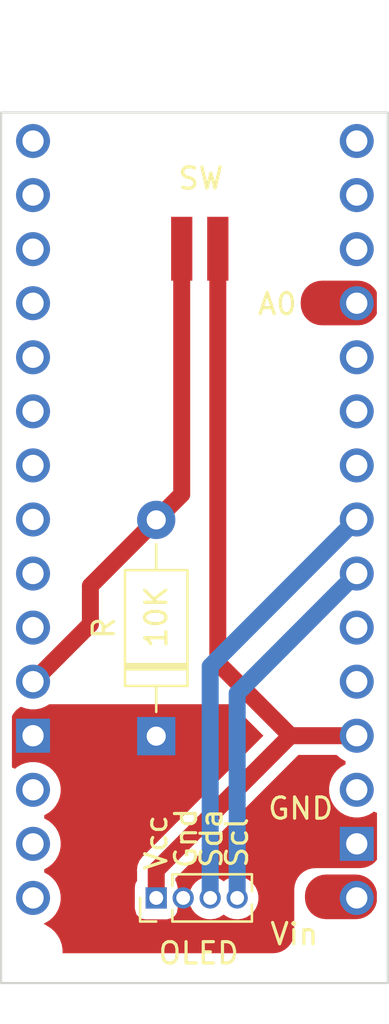
<source format=kicad_pcb>
(kicad_pcb (version 20200829) (generator pcbnew)

  (general
    (thickness 1.6)
  )

  (paper "A4")
  (layers
    (0 "F.Cu" signal)
    (31 "B.Cu" signal)
    (32 "B.Adhes" user)
    (33 "F.Adhes" user)
    (34 "B.Paste" user)
    (35 "F.Paste" user)
    (36 "B.SilkS" user)
    (37 "F.SilkS" user)
    (38 "B.Mask" user)
    (39 "F.Mask" user)
    (40 "Dwgs.User" user)
    (41 "Cmts.User" user)
    (42 "Eco1.User" user)
    (43 "Eco2.User" user)
    (44 "Edge.Cuts" user)
    (45 "Margin" user)
    (46 "B.CrtYd" user)
    (47 "F.CrtYd" user)
    (48 "B.Fab" user)
    (49 "F.Fab" user)
  )

  (setup
    (pcbplotparams
      (layerselection 0x010fc_ffffffff)
      (usegerberextensions false)
      (usegerberattributes true)
      (usegerberadvancedattributes true)
      (creategerberjobfile true)
      (svguseinch false)
      (svgprecision 6)
      (excludeedgelayer true)
      (linewidth 0.100000)
      (plotframeref false)
      (viasonmask false)
      (mode 1)
      (useauxorigin false)
      (hpglpennumber 1)
      (hpglpenspeed 20)
      (hpglpendiameter 15.000000)
      (psnegative false)
      (psa4output false)
      (plotreference true)
      (plotvalue true)
      (plotinvisibletext false)
      (sketchpadsonfab false)
      (subtractmaskfromsilk false)
      (outputformat 1)
      (mirror false)
      (drillshape 1)
      (scaleselection 1)
      (outputdirectory "")
    )
  )


  (net 0 "")
  (net 1 "Net-(A1-Pad30)")
  (net 2 "GND")
  (net 3 "/ARD5V")
  (net 4 "/A5")
  (net 5 "/A4")
  (net 6 "Net-(A1-Pad5)")
  (net 7 "Net-(A1-Pad19)")

  (module "Connector_PinHeader_1.27mm:PinHeader_1x04_P1.27mm_Vertical" (layer "F.Cu") (tedit 5F6D2785) (tstamp 5cea0b9e-0913-43f5-ba9a-20c7862225f4)
    (at 178.6 96.2 90)
    (descr "Through hole straight pin header, 1x04, 1.27mm pitch, single row")
    (tags "Through hole pin header THT 1x04 1.27mm single row")
    (property "Sheet file" "/Volumes/WD500/Projects/Oled_Clicker/KiCad/Clicker/Clicker.kicad_sch")
    (property "Sheet name" "")
    (path "/fb69615d-f9be-48a0-9bc2-d446d30a5bb4")
    (attr through_hole)
    (fp_text reference "OLED" (at -2.6 2 180) (layer "F.SilkS")
      (effects (font (size 1 1) (thickness 0.15)))
      (tstamp 43d94ab6-94c2-4b01-8b02-8015bc3f32c5)
    )
    (fp_text value "OLED" (at 0 5.505 90) (layer "F.Fab")
      (effects (font (size 1 1) (thickness 0.15)))
      (tstamp 3e0c7e95-bd73-4cd8-856a-f21063ce57d8)
    )
    (fp_text user "${REFERENCE}" (at 0 1.905) (layer "F.Fab")
      (effects (font (size 1 1) (thickness 0.15)))
      (tstamp ad31d392-f7e1-4fc1-b6a9-77040717ca1e)
    )
    (fp_line (start 0.563471 0.76) (end 1.11 0.76) (layer "F.SilkS") (width 0.12) (tstamp 4e22bd30-0614-421a-b12d-ea24e5b0aa5d))
    (fp_line (start -1.11 0.76) (end -0.563471 0.76) (layer "F.SilkS") (width 0.12) (tstamp 76a1a0cc-960a-4a6a-8f6e-4ffc570263b2))
    (fp_line (start -1.11 -0.76) (end 0 -0.76) (layer "F.SilkS") (width 0.12) (tstamp 785e447f-7194-4814-a397-e6fea9834bc4))
    (fp_line (start -1.11 0) (end -1.11 -0.76) (layer "F.SilkS") (width 0.12) (tstamp 8e1dac50-b0db-4596-8bd2-1f21bf7a8131))
    (fp_line (start 0.30753 4.505) (end 1.11 4.505) (layer "F.SilkS") (width 0.12) (tstamp a8e430b5-dfea-4910-ad15-08ba3ed7bba0))
    (fp_line (start 1.11 0.76) (end 1.11 4.505) (layer "F.SilkS") (width 0.12) (tstamp b10268a8-08e6-44db-8dfb-626b712a7a6e))
    (fp_line (start -1.11 0.76) (end -1.11 4.505) (layer "F.SilkS") (width 0.12) (tstamp b88c62b1-9af7-4ff5-a2cd-7bcc3aeb8bdc))
    (fp_line (start -1.11 4.505) (end -0.30753 4.505) (layer "F.SilkS") (width 0.12) (tstamp f03e2645-cfc0-4231-9926-255b6ce7766e))
    (fp_line (start 1.55 4.95) (end 1.55 -1.15) (layer "F.CrtYd") (width 0.05) (tstamp 125e9aa2-0ac9-4e48-805f-3ec97bd7e0bb))
    (fp_line (start -1.55 -1.15) (end -1.55 4.95) (layer "F.CrtYd") (width 0.05) (tstamp 6b10e83b-6c52-463b-840b-284722620687))
    (fp_line (start -1.55 4.95) (end 1.55 4.95) (layer "F.CrtYd") (width 0.05) (tstamp 8d4d8dcc-ce56-4127-a292-74cd7c8733a4))
    (fp_line (start 1.55 -1.15) (end -1.55 -1.15) (layer "F.CrtYd") (width 0.05) (tstamp e72c8993-3c27-4e79-ad70-b3f3cbf6b8a1))
    (fp_line (start 1.05 -0.635) (end 1.05 4.445) (layer "F.Fab") (width 0.1) (tstamp 07978f13-b92e-4abd-b7a1-f38cdf30f5a4))
    (fp_line (start -1.05 -0.11) (end -0.525 -0.635) (layer "F.Fab") (width 0.1) (tstamp 4c5707e0-eceb-47bb-a315-3e648335c0cd))
    (fp_line (start -0.525 -0.635) (end 1.05 -0.635) (layer "F.Fab") (width 0.1) (tstamp 7605259b-4cf3-4cf3-a2cc-69e20a56a9a0))
    (fp_line (start 1.05 4.445) (end -1.05 4.445) (layer "F.Fab") (width 0.1) (tstamp 7cb474e7-d919-4685-a2f2-383749763ef6))
    (fp_line (start -1.05 4.445) (end -1.05 -0.11) (layer "F.Fab") (width 0.1) (tstamp ce9656b6-4bbe-4045-afec-1ced11fe2a36))
    (pad "1" thru_hole rect (at 0 0 90) (size 1 1) (drill 0.65) (layers *.Cu *.Mask)
      (net 3 "/ARD5V") (pinfunction "SDA") (tstamp cce03d45-0285-4fa0-8a9f-91ca47a0bba7))
    (pad "2" thru_hole oval (at 0 1.27 90) (size 1 1) (drill 0.65) (layers *.Cu *.Mask)
      (net 2 "GND") (pinfunction "SCL") (tstamp e436014f-4e17-445b-917c-8d63f8d0eaac))
    (pad "3" thru_hole oval (at 0 2.54 90) (size 1 1) (drill 0.65) (layers *.Cu *.Mask)
      (net 5 "/A4") (pinfunction "VCC") (tstamp 49dc471a-c1bf-45d7-87d5-0bc376596bf1))
    (pad "4" thru_hole oval (at 0 3.81 90) (size 1 1) (drill 0.65) (layers *.Cu *.Mask)
      (net 4 "/A5") (pinfunction "GND") (tstamp aec411a9-2d51-41d7-bb57-16e459839e71))
    (model "${KISYS3DMOD}/Connector_PinHeader_1.27mm.3dshapes/PinHeader_1x04_P1.27mm_Vertical.wrl"
      (offset (xyz 0 0 0))
      (scale (xyz 1 1 1))
      (rotate (xyz 0 0 0))
    )
  )

  (module "Diode_THT:D_A-405_P10.16mm_Horizontal" (layer "F.Cu") (tedit 5AE50CD5) (tstamp ca31733c-a14a-43f7-962c-516cf529221a)
    (at 178.6 88.6 90)
    (descr "Diode, A-405 series, Axial, Horizontal, pin pitch=10.16mm, , length*diameter=5.2*2.7mm^2, , http://www.diodes.com/_files/packages/A-405.pdf")
    (tags "Diode A-405 series Axial Horizontal pin pitch 10.16mm  length 5.2mm diameter 2.7mm")
    (property "Sheet file" "/Volumes/WD500/Projects/Oled_Clicker/KiCad/Clicker/Clicker.kicad_sch")
    (property "Sheet name" "")
    (path "/0aa72639-2965-4edc-9a53-850dde3be69a")
    (attr through_hole)
    (fp_text reference "R" (at 5.08 -2.47 90) (layer "F.SilkS")
      (effects (font (size 1 1) (thickness 0.15)))
      (tstamp 8a28cc80-c2d3-47b3-b4f7-539ae02c34ec)
    )
    (fp_text value "10k" (at 5.08 2.47 90) (layer "F.Fab")
      (effects (font (size 1 1) (thickness 0.15)))
      (tstamp 6b7079c1-7613-4c6b-804b-8108fa0d0051)
    )
    (fp_text user "${REFERENCE}" (at 5.47 0 90) (layer "F.Fab")
      (effects (font (size 1 1) (thickness 0.15)))
      (tstamp f2cb0539-88a6-4f83-91e9-89b45eb27ebe)
    )
    (fp_line (start 3.38 -1.47) (end 3.38 1.47) (layer "F.SilkS") (width 0.12) (tstamp 00d5bdd0-69b8-4761-9781-5de6182f7013))
    (fp_line (start 7.8 1.47) (end 7.8 -1.47) (layer "F.SilkS") (width 0.12) (tstamp 1d253985-55d8-4c14-8622-8bf8ce24bb5f))
    (fp_line (start 9.02 0) (end 7.8 0) (layer "F.SilkS") (width 0.12) (tstamp 27d769f9-91b5-4a05-8344-8cb3584ee3a6))
    (fp_line (start 2.36 -1.47) (end 2.36 1.47) (layer "F.SilkS") (width 0.12) (tstamp 50526b8d-f26c-4928-b618-e6baec36b5a1))
    (fp_line (start 1.14 0) (end 2.36 0) (layer "F.SilkS") (width 0.12) (tstamp 56429aad-ca50-4a4d-bfe1-1f84a6f81def))
    (fp_line (start 3.26 -1.47) (end 3.26 1.47) (layer "F.SilkS") (width 0.12) (tstamp 8098260c-0c63-4b3a-be21-4d7aeab43c7c))
    (fp_line (start 2.36 1.47) (end 7.8 1.47) (layer "F.SilkS") (width 0.12) (tstamp ec2309f9-2d6b-48eb-acf6-5a42a56fb7bc))
    (fp_line (start 3.14 -1.47) (end 3.14 1.47) (layer "F.SilkS") (width 0.12) (tstamp f2aba51a-6742-4061-adf7-83b2321e8b17))
    (fp_line (start 7.8 -1.47) (end 2.36 -1.47) (layer "F.SilkS") (width 0.12) (tstamp f8a1bd23-1025-4fc4-ac46-9a24c87c1ab1))
    (fp_line (start 11.31 -1.6) (end -1.15 -1.6) (layer "F.CrtYd") (width 0.05) (tstamp 2cf5ee5d-605a-446f-8037-4633a1e91569))
    (fp_line (start -1.15 -1.6) (end -1.15 1.6) (layer "F.CrtYd") (width 0.05) (tstamp 85d596cb-6c8b-43f8-b658-7fcaa4db277c))
    (fp_line (start 11.31 1.6) (end 11.31 -1.6) (layer "F.CrtYd") (width 0.05) (tstamp d3529696-ac36-4875-882d-fa1c8e2f3101))
    (fp_line (start -1.15 1.6) (end 11.31 1.6) (layer "F.CrtYd") (width 0.05) (tstamp daaddd5a-3b1a-4b23-90b8-e9143a9198d7))
    (fp_line (start 0 0) (end 2.48 0) (layer "F.Fab") (width 0.1) (tstamp 0832832e-b2a1-4093-acb6-28066819aaca))
    (fp_line (start 3.26 -1.35) (end 3.26 1.35) (layer "F.Fab") (width 0.1) (tstamp 22f2a0c9-e64f-4554-a6a9-473e5fa8a2fa))
    (fp_line (start 2.48 1.35) (end 7.68 1.35) (layer "F.Fab") (width 0.1) (tstamp 38a0d04d-384f-45fa-a1c9-1469379b9143))
    (fp_line (start 2.48 -1.35) (end 2.48 1.35) (layer "F.Fab") (width 0.1) (tstamp 9486c599-0290-45d2-a395-27a96a42242b))
    (fp_line (start 10.16 0) (end 7.68 0) (layer "F.Fab") (width 0.1) (tstamp a5526a1d-5a49-4adc-bb98-f9a5ca291978))
    (fp_line (start 7.68 -1.35) (end 2.48 -1.35) (layer "F.Fab") (width 0.1) (tstamp c3d08b31-e65e-433e-8363-cebeee031235))
    (fp_line (start 7.68 1.35) (end 7.68 -1.35) (layer "F.Fab") (width 0.1) (tstamp d81ac64e-c1bf-47b3-b0a5-b25c1c46b152))
    (fp_line (start 3.16 -1.35) (end 3.16 1.35) (layer "F.Fab") (width 0.1) (tstamp e520b881-5ecb-4bf5-9ac0-6d7aa6d12c23))
    (fp_line (start 3.36 -1.35) (end 3.36 1.35) (layer "F.Fab") (width 0.1) (tstamp ee67110e-de2a-47c2-ac7f-a9ae32633a83))
    (pad "1" thru_hole rect (at 0 0 90) (size 1.8 1.8) (drill 0.9) (layers *.Cu *.Mask)
      (net 2 "GND") (tstamp d4166f12-6781-4aee-87a9-323c70664817))
    (pad "2" thru_hole oval (at 10.16 0 90) (size 1.8 1.8) (drill 0.9) (layers *.Cu *.Mask)
      (net 6 "Net-(A1-Pad5)") (tstamp 69cba609-2627-4605-9e25-5cdb982c693d))
    (model "${KISYS3DMOD}/Diode_THT.3dshapes/D_A-405_P10.16mm_Horizontal.wrl"
      (offset (xyz 0 0 0))
      (scale (xyz 1 1 1))
      (rotate (xyz 0 0 0))
    )
  )

  (module "Connector_PinHeader_1.27mm:PinHeader_1x02_P1.27mm_Vertical_SMD_Pin1Right" (layer "F.Cu") (tedit 5F6E02FC) (tstamp ccfeb607-3a4a-42c7-a124-8c82603618ca)
    (at 180.7 64.2 -90)
    (descr "surface-mounted straight pin header, 1x02, 1.27mm pitch, single row, style 2 (pin 1 right)")
    (tags "Surface mounted pin header SMD 1x02 1.27mm single row style2 pin1 right")
    (property "Sheet file" "/Volumes/WD500/Projects/Oled_Clicker/KiCad/Clicker/Clicker.kicad_sch")
    (property "Sheet name" "")
    (path "/0693592d-d598-42ce-8ed8-31cafa55086c")
    (attr smd)
    (fp_text reference "SW" (at -1.8 0) (layer "F.SilkS")
      (effects (font (size 1 1) (thickness 0.15)))
      (tstamp 62788d1d-cf08-4e2f-bf47-b2a180c77e91)
    )
    (fp_text value "SW_PUSH" (at 0 2.33 90) (layer "F.Fab")
      (effects (font (size 1 1) (thickness 0.15)))
      (tstamp b6d83582-d687-44e0-bfe7-0de9ee1360be)
    )
    (fp_line (start -3.5 1.8) (end 3.5 1.8) (layer "F.CrtYd") (width 0.05) (tstamp 4a099fac-bacc-4d86-a941-dfe5918e78fa))
    (fp_line (start 3.5 1.8) (end 3.5 -1.8) (layer "F.CrtYd") (width 0.05) (tstamp c4691d6b-2ac3-4f4f-9edd-45065fc346cb))
    (fp_line (start 3.5 -1.8) (end -3.5 -1.8) (layer "F.CrtYd") (width 0.05) (tstamp db8e26b0-ac14-488c-b410-82859274f4b6))
    (fp_line (start -3.5 -1.8) (end -3.5 1.8) (layer "F.CrtYd") (width 0.05) (tstamp e21a3365-ce99-409d-a72e-b2d1748323c1))
    (fp_line (start 1.05 -0.835) (end 2.5 -0.835) (layer "F.Fab") (width 0.1) (tstamp 52f021c7-0432-4737-b46b-0861d14b1e4e))
    (fp_line (start 2.5 -0.435) (end 1.05 -0.435) (layer "F.Fab") (width 0.1) (tstamp 91112b94-a5cd-4fcc-abb8-77520ec33b37))
    (fp_line (start 2.5 -0.835) (end 2.5 -0.435) (layer "F.Fab") (width 0.1) (tstamp a97eceaf-db76-465f-8da2-cb4b081efd0b))
    (pad "1" connect rect (at 1.5 -0.8 270) (size 3 1) (layers "F.Cu" "F.Mask")
      (net 3 "/ARD5V") (pinfunction "1") (tstamp 706ef0a0-0483-4b99-9570-8deadc3f9bcd))
    (pad "2" connect rect (at 1.5 0.9 270) (size 3 1) (layers "F.Cu" "F.Mask")
      (net 6 "Net-(A1-Pad5)") (pinfunction "2") (tstamp 2d79ba08-93ef-44cc-bf47-466b991524dd))
    (model "${KISYS3DMOD}/Connector_PinHeader_1.27mm.3dshapes/PinHeader_1x02_P1.27mm_Vertical_SMD_Pin1Right.wrl"
      (offset (xyz 0 0 0))
      (scale (xyz 1 1 1))
      (rotate (xyz 0 0 0))
    )
  )

  (module "Module:Arduino_Nano_WithMountingHoles" (layer "B.Cu") (tedit 5F6E0602) (tstamp 82d83bfa-f713-4a0a-bd7b-4c9e3ce53831)
    (at 172.8 96.2)
    (descr "Arduino Nano, http://www.mouser.com/pdfdocs/Gravitech_Arduino_Nano3_0.pdf")
    (tags "Arduino Nano")
    (property "Sheet file" "/Volumes/WD500/Projects/Oled_Clicker/KiCad/Clicker/Clicker.kicad_sch")
    (property "Sheet name" "")
    (path "/10dec80c-c841-41f3-9f62-f78ad9dd8f1d")
    (attr through_hole)
    (fp_text reference "A1" (at 7.62 5.08) (layer "B.Fab")
      (effects (font (size 1 1) (thickness 0.15)) (justify mirror))
      (tstamp d618a4e3-480b-4aa7-950f-95a45db2b6ae)
    )
    (fp_text value "Arduino_Nano" (at 8.89 -15.24 -90) (layer "B.Fab")
      (effects (font (size 1 1) (thickness 0.15)) (justify mirror))
      (tstamp 4b0ba567-88ef-4090-99e0-c08030ce3b59)
    )
    (fp_text user "${REFERENCE}" (at 6.35 -16.51 -90) (layer "B.Fab")
      (effects (font (size 1 1) (thickness 0.15)) (justify mirror))
      (tstamp 8e8a7eb2-2604-4f8a-ab2c-0db3f09ac95b)
    )
    (fp_line (start 16.75 -42.16) (end 16.75 4.06) (layer "B.CrtYd") (width 0.05) (tstamp 5d725e91-1a97-4f92-ba04-ceca2c62fb0d))
    (fp_line (start 16.75 -42.16) (end -1.53 -42.16) (layer "B.CrtYd") (width 0.05) (tstamp 7bc3fcf8-c6e4-408f-9308-ee93b492efd4))
    (fp_line (start -1.53 4.06) (end 16.75 4.06) (layer "B.CrtYd") (width 0.05) (tstamp 9ed06485-ddb9-439c-b853-10c0049a2168))
    (fp_line (start -1.53 4.06) (end -1.53 -42.16) (layer "B.CrtYd") (width 0.05) (tstamp c14d41e0-af69-47cf-8d7b-1ee2fe3ad256))
    (fp_line (start -1.27 -39.37) (end -1.27 2.54) (layer "B.Fab") (width 0.1) (tstamp 40b05893-4da4-41e2-b460-e29fe49aa9ed))
    (fp_line (start 3.81 -41.91) (end 3.81 -31.75) (layer "B.Fab") (width 0.1) (tstamp 6744ca67-5b0c-41ff-a252-ccce1dc0969e))
    (fp_line (start -1.27 2.54) (end 0 3.81) (layer "B.Fab") (width 0.1) (tstamp 78dbae42-c1b0-4596-b87e-0eacbcc1bfc1))
    (fp_line (start 0 3.81) (end 16.51 3.81) (layer "B.Fab") (width 0.1) (tstamp 9b94d6bb-c212-415a-8f4e-54a16ed496c6))
    (fp_line (start 16.51 -39.37) (end -1.27 -39.37) (layer "B.Fab") (width 0.1) (tstamp b67416a1-7fb0-4abb-a805-47d44cea042e))
    (fp_line (start 11.43 -31.75) (end 11.43 -41.91) (layer "B.Fab") (width 0.1) (tstamp c04880c4-9bf2-40cf-a7a3-3b908bb1c8e0))
    (fp_line (start 16.51 3.81) (end 16.51 -39.37) (layer "B.Fab") (width 0.1) (tstamp c8c7496c-045c-48a1-8184-5eceec828724))
    (fp_line (start 11.43 -41.91) (end 3.81 -41.91) (layer "B.Fab") (width 0.1) (tstamp f56d6de6-b17a-4c78-b3cd-34fcfb832476))
    (fp_line (start 3.81 -31.75) (end 11.43 -31.75) (layer "B.Fab") (width 0.1) (tstamp fbddf786-cbe4-49d3-a80f-8d3d4d8845ac))
    (pad "" np_thru_hole circle (at 0 2.54) (size 1.78 1.78) (drill 1.78) (layers *.Cu *.Mask) (tstamp 7cb276bf-1e4c-4cd8-9ce4-6bc1f1fff231))
    (pad "" np_thru_hole circle (at 15.24 2.54) (size 1.78 1.78) (drill 1.78) (layers *.Cu *.Mask) (tstamp 97bfe605-622e-4b90-a738-e8b0cf3b2ad3))
    (pad "1" thru_hole oval (at 0 0) (size 1.6 1.6) (drill 1) (layers *.Cu *.Mask)
      (pinfunction "D1/RX") (tstamp ee56d7c9-be2c-4f2e-a585-245325c88477))
    (pad "2" thru_hole oval (at 0 -2.54) (size 1.6 1.6) (drill 1) (layers *.Cu *.Mask)
      (pinfunction "D0/TX") (tstamp f18ba31b-e82e-4bec-b2c8-70e9e1b570fb))
    (pad "3" thru_hole oval (at 0 -5.08) (size 1.6 1.6) (drill 1) (layers *.Cu *.Mask)
      (pinfunction "RESET") (tstamp 19e054ab-ee81-4271-9a70-8d14ad579d1e))
    (pad "4" thru_hole trapezoid (at 0 -7.62) (size 1.6 1.6) (drill 1) (layers *.Cu *.Mask)
      (net 2 "GND") (pinfunction "GND") (tstamp bcb6a675-6d7a-4977-b39a-e74caea14c35))
    (pad "5" thru_hole oval (at 0 -10.16) (size 1.6 1.6) (drill 1) (layers *.Cu *.Mask)
      (net 6 "Net-(A1-Pad5)") (pinfunction "D2") (tstamp bcfbc8b0-f3ea-44e8-ae3e-7e22d03b21ee))
    (pad "6" thru_hole oval (at 0 -12.7) (size 1.6 1.6) (drill 1) (layers *.Cu *.Mask)
      (pinfunction "D3") (tstamp 1a48f4a5-ad95-467d-a634-52335af8a3a0))
    (pad "7" thru_hole oval (at 0 -15.24) (size 1.6 1.6) (drill 1) (layers *.Cu *.Mask)
      (pinfunction "D4") (tstamp 1b2d1240-af89-410a-a758-41e87a43d1b1))
    (pad "8" thru_hole oval (at 0 -17.78) (size 1.6 1.6) (drill 1) (layers *.Cu *.Mask)
      (pinfunction "D5") (tstamp 21f45c34-4e72-48f9-b48d-895f2f80393b))
    (pad "9" thru_hole oval (at 0 -20.32) (size 1.6 1.6) (drill 1) (layers *.Cu *.Mask)
      (pinfunction "D6") (tstamp c1bf3643-4a3c-4088-80b1-cc0028eb3ba6))
    (pad "10" thru_hole oval (at 0 -22.86) (size 1.6 1.6) (drill 1) (layers *.Cu *.Mask)
      (pinfunction "D7") (tstamp cc612a36-170f-4c44-912e-ed2004686ff4))
    (pad "11" thru_hole oval (at 0 -25.4) (size 1.6 1.6) (drill 1) (layers *.Cu *.Mask)
      (pinfunction "D8") (tstamp d9d6240f-b436-4367-9aa8-b32d21c9a92a))
    (pad "12" thru_hole oval (at 0 -27.94) (size 1.6 1.6) (drill 1) (layers *.Cu *.Mask)
      (pinfunction "D9") (tstamp 69549965-1a70-45f8-817b-5f8def4b3ed5))
    (pad "13" thru_hole oval (at 0 -30.48) (size 1.6 1.6) (drill 1) (layers *.Cu *.Mask)
      (pinfunction "D10") (tstamp e588bd37-9547-4685-8bc1-d15130843c6b))
    (pad "14" thru_hole oval (at 0 -33.02) (size 1.6 1.6) (drill 1) (layers *.Cu *.Mask)
      (pinfunction "D11") (tstamp f2d0e1b6-5168-4e13-a438-9999be361b02))
    (pad "15" thru_hole oval (at 0 -35.56) (size 1.6 1.6) (drill 1) (layers *.Cu *.Mask)
      (pinfunction "D12") (tstamp 8f2cf8b6-9459-4786-b7ab-35fdc606d937))
    (pad "16" thru_hole oval (at 15.24 -35.56) (size 1.6 1.6) (drill 1) (layers *.Cu *.Mask)
      (pinfunction "D13") (tstamp 084dfb44-5717-4a33-aa3a-1226c9ec8356))
    (pad "17" thru_hole oval (at 15.24 -33.02) (size 1.6 1.6) (drill 1) (layers *.Cu *.Mask)
      (pinfunction "3V3") (tstamp e088f1fe-e681-414b-b1f5-39f9e24d313b))
    (pad "18" thru_hole oval (at 15.24 -30.48) (size 1.6 1.6) (drill 1) (layers *.Cu *.Mask)
      (pinfunction "Aref") (tstamp 5c44f5c2-1f3e-40b7-ad7a-a45369f0aae3))
    (pad "19" thru_hole oval (at 15.24 -27.94) (size 1.6 1.6) (drill 1) (layers *.Cu *.Mask)
      (net 7 "Net-(A1-Pad19)") (pinfunction "AD0/D14") (tstamp 23e6ba9b-4e9f-4a56-8266-3e76cdc07818))
    (pad "20" thru_hole oval (at 15.24 -25.4) (size 1.6 1.6) (drill 1) (layers *.Cu *.Mask)
      (pinfunction "AD1/D15") (tstamp 4e4d1ddd-24d7-4a6f-9c00-e7920902e50e))
    (pad "21" thru_hole oval (at 15.24 -22.86) (size 1.6 1.6) (drill 1) (layers *.Cu *.Mask)
      (pinfunction "AD2/D16") (tstamp dcf9e2b7-bc87-4c9a-a031-41b7046b9434))
    (pad "22" thru_hole oval (at 15.24 -20.32) (size 1.6 1.6) (drill 1) (layers *.Cu *.Mask)
      (pinfunction "AD3/D17") (tstamp 74af0ef6-646e-47c3-893f-46e1ba7bdd6d))
    (pad "23" thru_hole oval (at 15.24 -17.78) (size 1.6 1.6) (drill 1) (layers *.Cu *.Mask)
      (net 5 "/A4") (pinfunction "AD4/D18") (tstamp 9c8dd9fd-27f2-4b0b-8c87-04f8055c8b7a))
    (pad "24" thru_hole oval (at 15.24 -15.24) (size 1.6 1.6) (drill 1) (layers *.Cu *.Mask)
      (net 4 "/A5") (pinfunction "AD5/D19") (tstamp 86726a7d-b4ae-4af0-a436-b8ad88e9230a))
    (pad "25" thru_hole oval (at 15.24 -12.7) (size 1.6 1.6) (drill 1) (layers *.Cu *.Mask)
      (pinfunction "AD6") (tstamp d7f4c92d-baef-4290-a0f3-dd982af17ad2))
    (pad "26" thru_hole oval (at 15.24 -10.16) (size 1.6 1.6) (drill 1) (layers *.Cu *.Mask)
      (pinfunction "AD7") (tstamp 560b2b5b-a688-4bab-90ce-285fc40eda95))
    (pad "27" thru_hole oval (at 15.24 -7.62) (size 1.6 1.6) (drill 1) (layers *.Cu *.Mask)
      (net 3 "/ARD5V") (pinfunction "5V") (tstamp a56f5297-26a1-4b9a-bbc1-df820d22807b))
    (pad "28" thru_hole oval (at 15.24 -5.08) (size 1.6 1.6) (drill 1) (layers *.Cu *.Mask)
      (pinfunction "RESET") (tstamp af4c0396-d688-40a4-9a77-1dae95408ac8))
    (pad "29" thru_hole rect (at 15.24 -2.54) (size 1.6 1.6) (drill 1) (layers *.Cu *.Mask)
      (net 2 "GND") (pinfunction "GND") (tstamp c066581e-9a02-4667-9a1e-6bbfa1d255b4))
    (pad "30" thru_hole oval (at 15.24 0) (size 1.6 1.6) (drill 1) (layers *.Cu *.Mask)
      (net 1 "Net-(A1-Pad30)") (pinfunction "Vin") (tstamp e13379de-b1b4-42ac-ab6e-beac6b0f1891))
    (model "${KISYS3DMOD}/Module.3dshapes/Arduino_Nano_WithMountingHoles.wrl"
      (offset (xyz 0 0 0))
      (scale (xyz 1 1 1))
      (rotate (xyz 0 0 0))
    )
  )

  (gr_rect (start 189.5 100.2) (end 171.3 59.3) (layer "Edge.Cuts") (width 0.1) (tstamp 832d5952-7698-4d18-8bcf-d3bdda8467ec))
  (gr_text "10K" (at 178.6 83 90) (layer "F.SilkS") (tstamp 0e2d5874-7b1e-4001-98ee-cb9aa2c6eced)
    (effects (font (size 1 1) (thickness 0.15)))
  )
  (gr_text "Gnd\n" (at 180 93.4 90) (layer "F.SilkS") (tstamp 15fcfedb-1038-449a-aca0-77fe7096819b)
    (effects (font (size 1 1) (thickness 0.15)))
  )
  (gr_text "A0\n" (at 184.3 68.3) (layer "F.SilkS") (tstamp 1e27e5f5-00a3-49ce-a0df-3891026f8b6f)
    (effects (font (size 1 1) (thickness 0.15)))
  )
  (gr_text "Scl" (at 182.4 93.6 90) (layer "F.SilkS") (tstamp 43eb21ae-e4df-46cf-b0b6-044ad227bbef)
    (effects (font (size 1 1) (thickness 0.15)))
  )
  (gr_text "Sda" (at 181.2 93.4 90) (layer "F.SilkS") (tstamp 527d160d-bcde-4b31-817d-7a6e722c9359)
    (effects (font (size 1 1) (thickness 0.15)))
  )
  (gr_text "GND\n" (at 185.4 92) (layer "F.SilkS") (tstamp 9061381e-d3a9-4e43-b320-234ba8574ffd)
    (effects (font (size 1 1) (thickness 0.15)))
  )
  (gr_text "Vin" (at 185.1 97.9) (layer "F.SilkS") (tstamp a3c82592-62bd-4dbd-b2c2-86a622b49c21)
    (effects (font (size 1 1) (thickness 0.15)))
  )
  (gr_text "Vcc" (at 178.6 93.6 90) (layer "F.SilkS") (tstamp ccfdd301-ef78-4f02-9b72-85aff76f5aec)
    (effects (font (size 1 1) (thickness 0.15)))
  )

  (segment (start 178.6 94.9) (end 184.92 88.58) (width 0.8) (layer "F.Cu") (net 3) (tstamp 14d6f00f-3d0d-4b87-adc5-d6f2beb91875))
  (segment (start 184.92 88.58) (end 188.04 88.58) (width 0.8) (layer "F.Cu") (net 3) (tstamp 8bbeda81-f179-44ff-9115-3015268c71a1))
  (segment (start 181.5 65.7) (end 181.5 85.16) (width 0.8) (layer "F.Cu") (net 3) (tstamp b139d158-a150-4660-b861-62b92630a423))
  (segment (start 178.6 96.2) (end 178.6 94.9) (width 0.8) (layer "F.Cu") (net 3) (tstamp e3a583b3-e0bc-46c8-ba34-7d5ae10bcb6f))
  (segment (start 181.5 85.16) (end 184.92 88.58) (width 0.8) (layer "F.Cu") (net 3) (tstamp edd32227-4326-4632-80a8-80154bf8a8c2))
  (segment (start 182.41 96.2) (end 182.41 86.59) (width 0.8) (layer "B.Cu") (net 4) (tstamp 1b5388a3-be60-4eaf-8e79-98ad493460dc))
  (segment (start 182.41 86.59) (end 188.04 80.96) (width 0.8) (layer "B.Cu") (net 4) (tstamp 754dd9b1-c1d1-4e69-96e9-9c7ad83450d4))
  (segment (start 181.14 96.2) (end 181.14 85.32) (width 0.8) (layer "B.Cu") (net 5) (tstamp 7e759042-eaa6-4877-a543-ce96fcaa441f))
  (segment (start 181.14 85.32) (end 188.04 78.42) (width 0.8) (layer "B.Cu") (net 5) (tstamp a6a40544-47c4-472a-a0dc-3ac68c7bdf40))
  (segment (start 178.6 78.44) (end 175.5 81.54) (width 0.8) (layer "F.Cu") (net 6) (tstamp 8083f7f6-2a5e-4855-9205-72a03ecefc01))
  (segment (start 179.8 77.24) (end 178.6 78.44) (width 0.8) (layer "F.Cu") (net 6) (tstamp 92746937-c73f-473d-874b-7d218756939f))
  (segment (start 179.8 65.7) (end 179.8 69.4) (width 0.8) (layer "F.Cu") (net 6) (tstamp 9b58f05e-0aff-4389-b800-cede91efde97))
  (segment (start 179.8 69.4) (end 179.8 77.24) (width 0.8) (layer "F.Cu") (net 6) (tstamp 9fc05c8a-afbc-4c8e-9733-d34986032ab4))
  (segment (start 175.5 83.34) (end 172.8 86.04) (width 0.8) (layer "F.Cu") (net 6) (tstamp ab461557-7607-4e06-9743-50c8ecab49f3))
  (segment (start 175.5 81.54) (end 175.5 83.34) (width 0.8) (layer "F.Cu") (net 6) (tstamp ecac766b-870b-4ad7-89d3-9934add70255))

  (zone (net 1) (net_name "Net-(A1-Pad30)") (layer "F.Cu") (tstamp 0719f144-5252-47e7-a27d-6e5cd7c33fb2) (hatch edge 0.508)
    (connect_pads yes (clearance 0.508))
    (min_thickness 0.254) (filled_areas_thickness no)
    (fill yes (mode hatch) (thermal_gap 0.508) (thermal_bridge_width 0.508) (smoothing fillet) (radius 1)
      (hatch_thickness 1.016) (hatch_gap 1.524) (hatch_orientation 0)
      (hatch_border_algorithm hatch_thickness) (hatch_min_hole_area 0.3))
    (polygon
      (pts
        (xy 189 97.2)
        (xy 185.6 97.2)
        (xy 185.6 95.1)
        (xy 189 95.1)
      )
    )
    (filled_polygon
      (layer F.Cu)
      (pts
        (xy 188.19509 95.119215)
        (xy 188.382684 95.176121)
        (xy 188.533247 95.256598)
        (xy 188.55557 95.26853)
        (xy 188.707107 95.392893)
        (xy 188.83147 95.54443)
        (xy 188.923879 95.717316)
        (xy 188.974277 95.883456)
        (xy 188.980785 95.90491)
        (xy 188.985766 95.955479)
        (xy 188.985766 96.344518)
        (xy 188.980785 96.39509)
        (xy 188.923879 96.582684)
        (xy 188.83147 96.75557)
        (xy 188.707107 96.907107)
        (xy 188.55557 97.03147)
        (xy 188.382684 97.123879)
        (xy 188.216544 97.174277)
        (xy 188.19509 97.180785)
        (xy 188 97.2)
        (xy 186.6 97.2)
        (xy 186.40491 97.180785)
        (xy 186.383456 97.174277)
        (xy 186.217316 97.123879)
        (xy 186.04443 97.03147)
        (xy 185.892893 96.907107)
        (xy 185.76853 96.75557)
        (xy 185.676121 96.582684)
        (xy 185.619215 96.39509)
        (xy 185.6 96.2)
        (xy 185.6 96.1)
        (xy 185.619215 95.90491)
        (xy 185.625723 95.883456)
        (xy 185.676121 95.717316)
        (xy 185.76853 95.54443)
        (xy 185.892893 95.392893)
        (xy 186.04443 95.26853)
        (xy 186.066753 95.256598)
        (xy 186.217316 95.176121)
        (xy 186.40491 95.119215)
        (xy 186.6 95.1)
        (xy 188 95.1)
      )
    )
  )
  (zone (net 7) (net_name "Net-(A1-Pad19)") (layer "F.Cu") (tstamp 17db35d1-54b2-4dfe-9eb1-b78c3f1df5ee) (hatch edge 0.508)
    (connect_pads yes (clearance 0.508))
    (min_thickness 0.254) (filled_areas_thickness no)
    (fill yes (thermal_gap 0.508) (thermal_bridge_width 0.508) (smoothing fillet) (radius 1))
    (polygon
      (pts
        (xy 189.1 69.3)
        (xy 185.4 69.3)
        (xy 185.4 67.2)
        (xy 189.1 67.2)
      )
    )
    (filled_polygon
      (layer F.Cu)
      (pts
        (xy 188.29509 67.219215)
        (xy 188.482684 67.276121)
        (xy 188.633247 67.356598)
        (xy 188.65557 67.36853)
        (xy 188.807107 67.492893)
        (xy 188.93147 67.64443)
        (xy 188.985766 67.746011)
        (xy 188.985766 68.753989)
        (xy 188.93147 68.85557)
        (xy 188.807107 69.007107)
        (xy 188.65557 69.13147)
        (xy 188.482684 69.223879)
        (xy 188.316544 69.274277)
        (xy 188.29509 69.280785)
        (xy 188.1 69.3)
        (xy 186.4 69.3)
        (xy 186.20491 69.280785)
        (xy 186.183456 69.274277)
        (xy 186.017316 69.223879)
        (xy 185.84443 69.13147)
        (xy 185.692893 69.007107)
        (xy 185.56853 68.85557)
        (xy 185.476121 68.682684)
        (xy 185.419215 68.49509)
        (xy 185.4 68.3)
        (xy 185.4 68.2)
        (xy 185.419215 68.00491)
        (xy 185.425723 67.983456)
        (xy 185.476121 67.817316)
        (xy 185.56853 67.64443)
        (xy 185.692893 67.492893)
        (xy 185.84443 67.36853)
        (xy 185.866753 67.356598)
        (xy 186.017316 67.276121)
        (xy 186.20491 67.219215)
        (xy 186.4 67.2)
        (xy 188.1 67.2)
      )
    )
  )
  (zone (net 2) (net_name "GND") (layer "F.Cu") (tstamp 3a9eedf9-b6e0-4a96-afff-e6a91cb67c3f) (hatch edge 0.508)
    (connect_pads yes (clearance 0.5))
    (min_thickness 0.254) (filled_areas_thickness no)
    (fill yes (thermal_gap 0.508) (thermal_bridge_width 0.508) (smoothing fillet) (radius 1))
    (polygon
      (pts
        (xy 189.2 94.8)
        (xy 185.1 94.8)
        (xy 185.1 98.8)
        (xy 171.7 98.8)
        (xy 171.7 87.1)
        (xy 189.2 87.1)
      )
    )
    (filled_polygon
      (layer F.Cu)
      (pts
        (xy 183.645794 88.58)
        (xy 178.004648 94.221146)
        (xy 177.957401 94.2574)
        (xy 177.921147 94.304647)
        (xy 177.921143 94.304651)
        (xy 177.812979 94.445614)
        (xy 177.722192 94.664793)
        (xy 177.691227 94.9)
        (xy 177.699001 94.95905)
        (xy 177.699001 95.394551)
        (xy 177.669214 95.446144)
        (xy 177.622906 95.526351)
        (xy 177.622906 95.526352)
        (xy 177.592287 95.7)
        (xy 177.592287 96.7)
        (xy 177.660308 96.953857)
        (xy 177.773648 97.088931)
        (xy 177.926352 97.177094)
        (xy 178.1 97.207713)
        (xy 179.1 97.207713)
        (xy 179.353857 97.139692)
        (xy 179.488931 97.026352)
        (xy 179.577094 96.873648)
        (xy 179.607713 96.7)
        (xy 179.607713 96.196491)
        (xy 180.134849 96.196491)
        (xy 180.154674 96.398679)
        (xy 180.178704 96.476305)
        (xy 180.214748 96.592746)
        (xy 180.312619 96.770772)
        (xy 180.444287 96.925482)
        (xy 180.604376 97.050557)
        (xy 180.786344 97.140887)
        (xy 180.982759 97.192782)
        (xy 181.185597 97.204122)
        (xy 181.185601 97.204122)
        (xy 181.386571 97.174446)
        (xy 181.528604 97.12275)
        (xy 181.577476 97.104962)
        (xy 181.608804 97.085689)
        (xy 181.782539 96.978806)
        (xy 181.874376 97.050557)
        (xy 182.056344 97.140887)
        (xy 182.252759 97.192782)
        (xy 182.455597 97.204122)
        (xy 182.455601 97.204122)
        (xy 182.656571 97.174446)
        (xy 182.777992 97.130252)
        (xy 182.847476 97.104962)
        (xy 183.020508 96.998511)
        (xy 183.168602 96.859442)
        (xy 183.168604 96.85944)
        (xy 183.285706 96.693438)
        (xy 183.36704 96.507272)
        (xy 183.409278 96.308554)
        (xy 183.410012 96.098422)
        (xy 183.369162 95.899419)
        (xy 183.326896 95.800805)
        (xy 183.28913 95.71269)
        (xy 183.173187 95.54587)
        (xy 183.173185 95.545867)
        (xy 183.026071 95.405771)
        (xy 182.853785 95.298115)
        (xy 182.853784 95.298115)
        (xy 182.853783 95.298114)
        (xy 182.663369 95.2273)
        (xy 182.562987 95.21176)
        (xy 182.462607 95.196221)
        (xy 182.462606 95.196221)
        (xy 182.259694 95.206145)
        (xy 182.113442 95.243696)
        (xy 182.06292 95.256667)
        (xy 181.880327 95.345723)
        (xy 181.78162 95.421737)
        (xy 181.746885 95.400032)
        (xy 181.583783 95.298114)
        (xy 181.393369 95.2273)
        (xy 181.292987 95.21176)
        (xy 181.192607 95.196221)
        (xy 181.192606 95.196221)
        (xy 180.989694 95.206145)
        (xy 180.843442 95.243696)
        (xy 180.79292 95.256667)
        (xy 180.610324 95.345725)
        (xy 180.472968 95.451504)
        (xy 180.449369 95.469678)
        (xy 180.316624 95.623466)
        (xy 180.217513 95.800804)
        (xy 180.156085 95.994449)
        (xy 180.134849 96.196491)
        (xy 179.607713 96.196491)
        (xy 179.607713 95.7)
        (xy 179.539692 95.446144)
        (xy 179.539692 95.446143)
        (xy 179.501 95.400032)
        (xy 179.501 95.273206)
        (xy 185.293207 89.481)
        (xy 187.09133 89.481)
        (xy 187.117249 89.502748)
        (xy 187.11725 89.50275)
        (xy 187.231653 89.598745)
        (xy 187.291504 89.648966)
        (xy 187.513706 89.777254)
        (xy 187.513706 89.922746)
        (xy 187.291504 90.051033)
        (xy 187.11725 90.19725)
        (xy 186.971033 90.371504)
        (xy 186.8573 90.568498)
        (xy 186.779501 90.782248)
        (xy 186.740001 91.006266)
        (xy 186.740001 91.233734)
        (xy 186.779501 91.457752)
        (xy 186.8573 91.671502)
        (xy 186.971033 91.868496)
        (xy 187.11725 92.04275)
        (xy 187.291504 92.188967)
        (xy 187.488498 92.3027)
        (xy 187.702248 92.380499)
        (xy 187.810015 92.399501)
        (xy 187.926265 92.419999)
        (xy 188.153735 92.419999)
        (xy 188.269985 92.399501)
        (xy 188.377752 92.380499)
        (xy 188.591502 92.3027)
        (xy 188.788499 92.188965)
        (xy 188.84835 92.138745)
        (xy 188.993848 92.206594)
        (xy 188.993848 94.401413)
        (xy 188.907107 94.507107)
        (xy 188.75557 94.63147)
        (xy 188.657966 94.683641)
        (xy 188.582684 94.723879)
        (xy 188.416544 94.774277)
        (xy 188.39509 94.780785)
        (xy 188.2 94.8)
        (xy 186.099997 94.8)
        (xy 185.904914 94.819214)
        (xy 185.904911 94.819215)
        (xy 185.90491 94.819215)
        (xy 185.717317 94.87612)
        (xy 185.54443 94.96853)
        (xy 185.392893 95.092893)
        (xy 185.26853 95.24443)
        (xy 185.17612 95.417317)
        (xy 185.119215 95.60491)
        (xy 185.119214 95.604914)
        (xy 185.109849 95.700001)
        (xy 185.1 95.8)
        (xy 185.1 97.8)
        (xy 185.080785 97.99509)
        (xy 185.023879 98.182684)
        (xy 184.93147 98.35557)
        (xy 184.807107 98.507107)
        (xy 184.65557 98.63147)
        (xy 184.482684 98.723879)
        (xy 184.316544 98.774277)
        (xy 184.29509 98.780785)
        (xy 184.1 98.8)
        (xy 174.188322 98.8)
        (xy 174.19003 98.622054)
        (xy 174.150285 98.389535)
        (xy 174.138324 98.35557)
        (xy 174.071931 98.167035)
        (xy 173.957208 97.96092)
        (xy 173.809398 97.777082)
        (xy 173.632729 97.620778)
        (xy 173.632726 97.620776)
        (xy 173.432243 97.496471)
        (xy 173.432239 97.496469)
        (xy 173.298295 97.413421)
        (xy 173.548496 97.268967)
        (xy 173.72275 97.12275)
        (xy 173.868967 96.948496)
        (xy 173.9827 96.751502)
        (xy 174.060499 96.537752)
        (xy 174.099999 96.313734)
        (xy 174.099999 96.086266)
        (xy 174.060499 95.862248)
        (xy 173.9827 95.648498)
        (xy 173.868967 95.451504)
        (xy 173.72275 95.27725)
        (xy 173.548496 95.131033)
        (xy 173.326294 95.002746)
        (xy 173.326294 94.857254)
        (xy 173.548496 94.728967)
        (xy 173.72275 94.58275)
        (xy 173.868967 94.408496)
        (xy 173.9827 94.211502)
        (xy 174.060499 93.997752)
        (xy 174.099999 93.773734)
        (xy 174.099999 93.546266)
        (xy 174.060499 93.322248)
        (xy 173.9827 93.108498)
        (xy 173.868967 92.911504)
        (xy 173.72275 92.73725)
        (xy 173.548496 92.591033)
        (xy 173.326294 92.462746)
        (xy 173.326294 92.317254)
        (xy 173.548496 92.188967)
        (xy 173.72275 92.04275)
        (xy 173.868967 91.868496)
        (xy 173.9827 91.671502)
        (xy 174.060499 91.457752)
        (xy 174.099999 91.233734)
        (xy 174.099999 91.006266)
        (xy 174.060499 90.782248)
        (xy 173.9827 90.568498)
        (xy 173.868967 90.371504)
        (xy 173.72275 90.19725)
        (xy 173.548496 90.051033)
        (xy 173.351502 89.9373)
        (xy 173.137752 89.859501)
        (xy 172.988407 89.833168)
        (xy 172.913735 89.820001)
        (xy 172.686265 89.820001)
        (xy 172.611593 89.833168)
        (xy 172.462248 89.859501)
        (xy 172.248498 89.9373)
        (xy 172.051504 90.051034)
        (xy 171.951652 90.134819)
        (xy 171.806152 90.066971)
        (xy 171.806152 87.661131)
        (xy 171.86853 87.54443)
        (xy 171.992893 87.392893)
        (xy 172.14443 87.26853)
        (xy 172.168688 87.255564)
        (xy 172.237598 87.218733)
        (xy 172.462246 87.300498)
        (xy 172.462248 87.300498)
        (xy 172.46225 87.300499)
        (xy 172.686265 87.339999)
        (xy 172.913735 87.339999)
        (xy 173.029985 87.319501)
        (xy 173.137752 87.300499)
        (xy 173.351502 87.2227)
        (xy 173.358373 87.218733)
        (xy 173.548497 87.108965)
        (xy 173.548499 87.108964)
        (xy 173.564024 87.1)
        (xy 182.165794 87.1)
      )
    )
  )
  (zone (net 0) (net_name "") (layer "F.Mask") (tstamp 6fc56f62-0e8b-4730-bb9a-badd7595a7a9) (hatch edge 0.508)
    (connect_pads (clearance 0.508))
    (min_thickness 0.254) (filled_areas_thickness no)
    (fill yes (thermal_gap 0.508) (thermal_bridge_width 0.508) (smoothing fillet) (radius 0.5))
    (polygon
      (pts
        (xy 189.2 69.3)
        (xy 185.4 69.3)
        (xy 185.4 67.2)
        (xy 189.2 67.2)
      )
    )
    (filled_polygon
      (layer F.Mask)
      (island)
      (pts
        (xy 188.708188 67.201078)
        (xy 188.812963 67.214872)
        (xy 188.844735 67.223385)
        (xy 188.934674 67.260639)
        (xy 188.96316 67.277086)
        (xy 189.040393 67.336349)
        (xy 189.063651 67.359607)
        (xy 189.122914 67.43684)
        (xy 189.139361 67.465326)
        (xy 189.176615 67.555265)
        (xy 189.185128 67.587037)
        (xy 189.198922 67.691812)
        (xy 189.2 67.708258)
        (xy 189.2 68.791742)
        (xy 189.198922 68.808188)
        (xy 189.185128 68.912963)
        (xy 189.176615 68.944735)
        (xy 189.139361 69.034674)
        (xy 189.122914 69.06316)
        (xy 189.063651 69.140393)
        (xy 189.040393 69.163651)
        (xy 188.96316 69.222914)
        (xy 188.934674 69.239361)
        (xy 188.844735 69.276615)
        (xy 188.812963 69.285128)
        (xy 188.708188 69.298922)
        (xy 188.691742 69.3)
        (xy 185.908258 69.3)
        (xy 185.891812 69.298922)
        (xy 185.787037 69.285128)
        (xy 185.755265 69.276615)
        (xy 185.665326 69.239361)
        (xy 185.63684 69.222914)
        (xy 185.559607 69.163651)
        (xy 185.536349 69.140393)
        (xy 185.477086 69.06316)
        (xy 185.460639 69.034674)
        (xy 185.423385 68.944735)
        (xy 185.414872 68.912963)
        (xy 185.401078 68.808188)
        (xy 185.4 68.791742)
        (xy 185.4 67.708258)
        (xy 185.401078 67.691812)
        (xy 185.414872 67.587037)
        (xy 185.423385 67.555265)
        (xy 185.460639 67.465326)
        (xy 185.477086 67.43684)
        (xy 185.536349 67.359607)
        (xy 185.559607 67.336349)
        (xy 185.63684 67.277086)
        (xy 185.665326 67.260639)
        (xy 185.755265 67.223385)
        (xy 185.787037 67.214872)
        (xy 185.891812 67.201078)
        (xy 185.908258 67.2)
        (xy 188.691742 67.2)
      )
    )
  )
  (zone (net 0) (net_name "") (layer "F.Mask") (tstamp c9fb8daf-78db-443a-b07c-cb7db9541cc3) (hatch edge 0.508)
    (connect_pads yes (clearance 0.508))
    (min_thickness 0.254) (filled_areas_thickness no)
    (fill yes (thermal_gap 0.508) (thermal_bridge_width 0.508) (smoothing fillet) (radius 1))
    (polygon
      (pts
        (xy 189 97.2)
        (xy 185.6 97.2)
        (xy 185.6 95.1)
        (xy 189 95.1)
      )
    )
    (filled_polygon
      (layer F.Mask)
      (island)
      (pts
        (xy 188.006163 95.100607)
        (xy 188.182737 95.117998)
        (xy 188.206963 95.122816)
        (xy 188.370809 95.172518)
        (xy 188.393629 95.181971)
        (xy 188.544628 95.262681)
        (xy 188.565166 95.276404)
        (xy 188.697515 95.38502)
        (xy 188.71498 95.402485)
        (xy 188.823596 95.534834)
        (xy 188.837319 95.555372)
        (xy 188.918029 95.706371)
        (xy 188.927482 95.729191)
        (xy 188.977184 95.893037)
        (xy 188.982002 95.917263)
        (xy 188.999393 96.093837)
        (xy 189 96.106187)
        (xy 189 96.193813)
        (xy 188.999393 96.206163)
        (xy 188.982002 96.382737)
        (xy 188.977184 96.406963)
        (xy 188.927482 96.570809)
        (xy 188.918029 96.593629)
        (xy 188.837319 96.744628)
        (xy 188.823596 96.765166)
        (xy 188.71498 96.897515)
        (xy 188.697515 96.91498)
        (xy 188.565166 97.023596)
        (xy 188.544628 97.037319)
        (xy 188.393629 97.118029)
        (xy 188.370809 97.127482)
        (xy 188.206963 97.177184)
        (xy 188.182737 97.182002)
        (xy 188.006163 97.199393)
        (xy 187.993813 97.2)
        (xy 186.606187 97.2)
        (xy 186.593837 97.199393)
        (xy 186.417263 97.182002)
        (xy 186.393037 97.177184)
        (xy 186.229191 97.127482)
        (xy 186.206371 97.118029)
        (xy 186.055372 97.037319)
        (xy 186.034834 97.023596)
        (xy 185.902485 96.91498)
        (xy 185.88502 96.897515)
        (xy 185.776404 96.765166)
        (xy 185.762681 96.744628)
        (xy 185.681971 96.593629)
        (xy 185.672518 96.570809)
        (xy 185.622816 96.406963)
        (xy 185.617998 96.382737)
        (xy 185.600607 96.206163)
        (xy 185.6 96.193813)
        (xy 185.6 96.106187)
        (xy 185.600607 96.093837)
        (xy 185.617998 95.917263)
        (xy 185.622816 95.893037)
        (xy 185.672518 95.729191)
        (xy 185.681971 95.706371)
        (xy 185.762681 95.555372)
        (xy 185.776404 95.534834)
        (xy 185.88502 95.402485)
        (xy 185.902485 95.38502)
        (xy 186.034834 95.276404)
        (xy 186.055372 95.262681)
        (xy 186.206371 95.181971)
        (xy 186.229191 95.172518)
        (xy 186.393037 95.122816)
        (xy 186.417263 95.117998)
        (xy 186.593837 95.100607)
        (xy 186.606187 95.1)
        (xy 187.993813 95.1)
      )
    )
  )
  (zone (net 0) (net_name "") (layer "F.Mask") (tstamp f6d02145-68ac-4039-bb52-e1614786259d) (hatch edge 0.508)
    (connect_pads yes (clearance 0.508))
    (min_thickness 0.254) (filled_areas_thickness no)
    (fill yes (thermal_gap 0.508) (thermal_bridge_width 0.508) (smoothing fillet) (radius 1))
    (polygon
      (pts
        (xy 189.1 94.7)
        (xy 185.6 94.7)
        (xy 185.6 92.6)
        (xy 189.1 92.6)
      )
    )
    (filled_polygon
      (layer F.Mask)
      (island)
      (pts
        (xy 188.106163 92.600607)
        (xy 188.282737 92.617998)
        (xy 188.306963 92.622816)
        (xy 188.470809 92.672518)
        (xy 188.493629 92.681971)
        (xy 188.644628 92.762681)
        (xy 188.665166 92.776404)
        (xy 188.797515 92.88502)
        (xy 188.81498 92.902485)
        (xy 188.923596 93.034834)
        (xy 188.937319 93.055372)
        (xy 189.018029 93.206371)
        (xy 189.027482 93.229191)
        (xy 189.077184 93.393037)
        (xy 189.082002 93.417263)
        (xy 189.099393 93.593837)
        (xy 189.1 93.606187)
        (xy 189.1 93.693813)
        (xy 189.099393 93.706163)
        (xy 189.082002 93.882737)
        (xy 189.077184 93.906963)
        (xy 189.027482 94.070809)
        (xy 189.018029 94.093629)
        (xy 188.937319 94.244628)
        (xy 188.923596 94.265166)
        (xy 188.81498 94.397515)
        (xy 188.797515 94.41498)
        (xy 188.665166 94.523596)
        (xy 188.644628 94.537319)
        (xy 188.493629 94.618029)
        (xy 188.470809 94.627482)
        (xy 188.306963 94.677184)
        (xy 188.282737 94.682002)
        (xy 188.106163 94.699393)
        (xy 188.093813 94.7)
        (xy 186.606187 94.7)
        (xy 186.593837 94.699393)
        (xy 186.417263 94.682002)
        (xy 186.393037 94.677184)
        (xy 186.229191 94.627482)
        (xy 186.206371 94.618029)
        (xy 186.055372 94.537319)
        (xy 186.034834 94.523596)
        (xy 185.902485 94.41498)
        (xy 185.88502 94.397515)
        (xy 185.776404 94.265166)
        (xy 185.762681 94.244628)
        (xy 185.681971 94.093629)
        (xy 185.672518 94.070809)
        (xy 185.622816 93.906963)
        (xy 185.617998 93.882737)
        (xy 185.600607 93.706163)
        (xy 185.6 93.693813)
        (xy 185.6 93.606187)
        (xy 185.600607 93.593837)
        (xy 185.617998 93.417263)
        (xy 185.622816 93.393037)
        (xy 185.672518 93.229191)
        (xy 185.681971 93.206371)
        (xy 185.762681 93.055372)
        (xy 185.776404 93.034834)
        (xy 185.88502 92.902485)
        (xy 185.902485 92.88502)
        (xy 186.034834 92.776404)
        (xy 186.055372 92.762681)
        (xy 186.206371 92.681971)
        (xy 186.229191 92.672518)
        (xy 186.393037 92.622816)
        (xy 186.417263 92.617998)
        (xy 186.593837 92.600607)
        (xy 186.606187 92.6)
        (xy 188.093813 92.6)
      )
    )
  )
)

</source>
